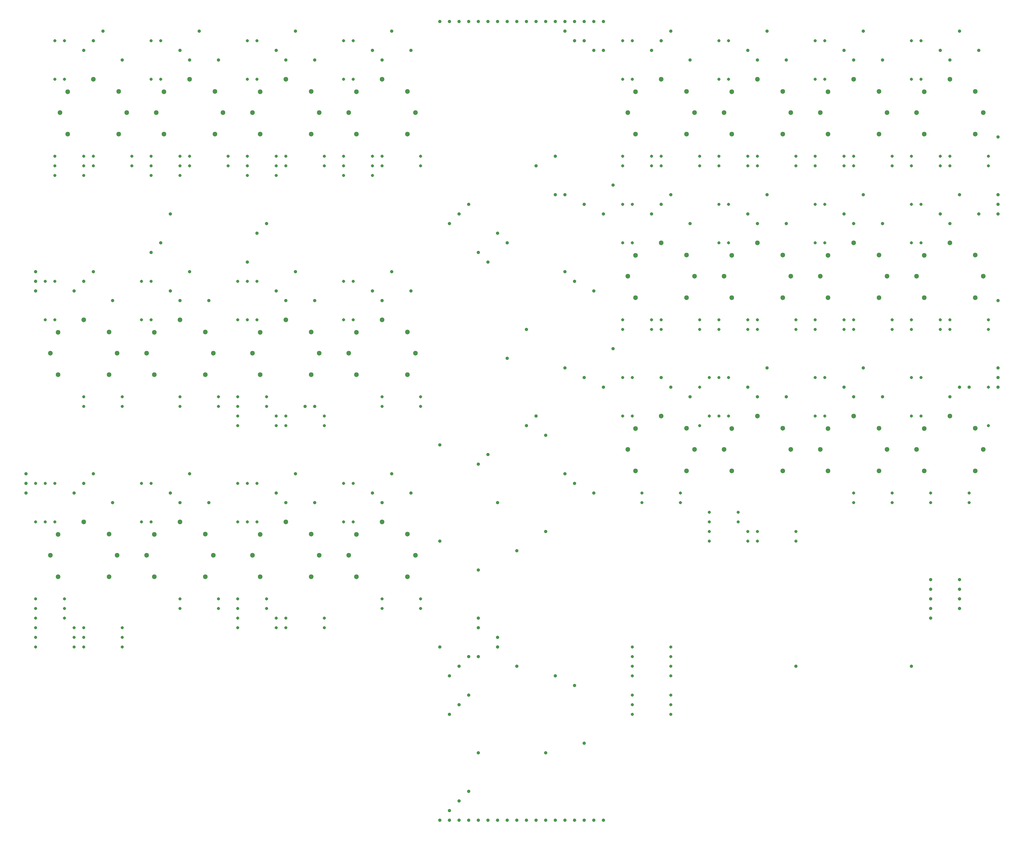
<source format=gbr>
G04 DesignSpark PCB Gerber Version 11.0 Build 5877*
G04 #@! TF.Part,Single*
G04 #@! TF.FilePolarity,Positive*
%FSLAX35Y35*%
%MOIN*%
G04 #@! TA.AperFunction,ComponentDrill*
%ADD19C,0.03200*%
G04 #@! TA.AperFunction,MechanicalDrill*
%ADD17C,0.03500*%
G04 #@! TA.AperFunction,ComponentDrill*
%ADD70C,0.03543*%
G04 #@! TA.AperFunction,MechanicalDrill*
%ADD28C,0.05118*%
G04 #@! TD.AperFunction*
X0Y0D02*
D02*
D17*
X20250Y510250D03*
Y520250D03*
Y530250D03*
X30250Y720250D03*
Y730250D03*
Y740250D03*
X70250Y510250D03*
Y720250D03*
X80250Y520250D03*
Y730250D03*
Y970250D03*
X90250Y530250D03*
Y740250D03*
Y980250D03*
X100250Y990250D03*
X110250Y500250D03*
Y710250D03*
X120250Y960250D03*
X150250Y760250D03*
X160250Y770250D03*
X170250Y510250D03*
Y720250D03*
Y800250D03*
X180250Y500250D03*
Y710250D03*
Y970250D03*
X190250Y530250D03*
Y740250D03*
Y960250D03*
X200250Y990250D03*
X210250Y500250D03*
Y710250D03*
X220250Y960250D03*
X250250Y750250D03*
X260250Y780250D03*
X270250Y790250D03*
X280250Y510250D03*
Y720250D03*
Y970250D03*
X290250Y500250D03*
Y710250D03*
Y960250D03*
X300250Y530250D03*
Y740250D03*
Y990250D03*
X320250Y500250D03*
Y710250D03*
Y960250D03*
X380250Y510250D03*
Y720250D03*
Y970250D03*
X390250Y500250D03*
Y710250D03*
Y960250D03*
X400250Y530250D03*
Y740250D03*
Y990250D03*
X420250Y510250D03*
Y720250D03*
Y970250D03*
X450250Y170250D03*
Y350250D03*
Y460250D03*
Y560250D03*
Y1000250D03*
X460250Y170250D03*
Y180250D03*
Y280250D03*
Y320250D03*
Y790250D03*
Y1000250D03*
X470250Y170250D03*
Y190250D03*
Y290250D03*
Y330250D03*
Y800250D03*
Y1000250D03*
X480250Y170250D03*
Y200250D03*
Y300250D03*
Y340250D03*
Y810250D03*
Y1000250D03*
X490250Y170250D03*
Y240250D03*
Y340250D03*
Y370250D03*
Y380250D03*
Y430250D03*
Y540250D03*
Y760250D03*
Y1000250D03*
X500250Y170250D03*
Y550250D03*
Y750250D03*
Y1000250D03*
X510250Y170250D03*
Y350250D03*
Y360250D03*
Y500250D03*
Y780250D03*
Y1000250D03*
X520250Y170250D03*
Y650250D03*
Y770250D03*
Y1000250D03*
X530250Y170250D03*
Y330250D03*
Y450250D03*
Y1000250D03*
X540250Y170250D03*
Y580250D03*
Y680250D03*
Y1000250D03*
X550250Y170250D03*
Y590250D03*
Y850250D03*
Y1000250D03*
X560250Y170250D03*
Y240250D03*
Y470250D03*
Y570250D03*
Y1000250D03*
X570250Y170250D03*
Y320250D03*
Y820250D03*
Y860250D03*
Y1000250D03*
X580250Y170250D03*
Y530250D03*
Y640250D03*
Y740250D03*
Y820250D03*
Y990250D03*
Y1000250D03*
X590250Y170250D03*
Y310250D03*
Y520250D03*
Y730250D03*
Y980250D03*
Y1000250D03*
X600250Y170250D03*
Y250250D03*
Y630250D03*
Y810250D03*
Y980250D03*
Y1000250D03*
X610250Y170250D03*
Y510250D03*
Y720250D03*
Y970250D03*
Y1000250D03*
X620250Y170250D03*
Y620250D03*
Y800250D03*
Y970250D03*
Y1000250D03*
X630250Y660250D03*
Y830250D03*
X670250Y800250D03*
Y970250D03*
X680250Y630250D03*
Y810250D03*
Y980250D03*
X690250Y620250D03*
Y820250D03*
Y990250D03*
X710250Y610250D03*
Y790250D03*
Y960250D03*
X770250Y620250D03*
Y800250D03*
Y970250D03*
X780250Y610250D03*
Y790250D03*
Y960250D03*
X790250Y640250D03*
Y820250D03*
Y990250D03*
X810250Y610250D03*
Y790250D03*
Y960250D03*
X820250Y330250D03*
X870250Y620250D03*
Y800250D03*
Y970250D03*
X880250Y610250D03*
Y790250D03*
Y960250D03*
X890250Y640250D03*
Y820250D03*
Y990250D03*
X910250Y610250D03*
Y790250D03*
Y960250D03*
X940250Y330250D03*
X960250Y380250D03*
Y390250D03*
Y400250D03*
Y410250D03*
Y420250D03*
X970250Y800250D03*
Y970250D03*
X980250Y610250D03*
Y790250D03*
Y960250D03*
X990250Y390250D03*
Y400250D03*
Y410250D03*
Y420250D03*
Y620250D03*
Y820250D03*
Y990250D03*
X1000250Y620250D03*
X1010250Y800250D03*
Y970250D03*
X1030250Y620250D03*
Y630250D03*
Y640250D03*
Y710250D03*
Y800250D03*
Y810250D03*
Y820250D03*
Y880250D03*
D02*
D19*
X30250Y350250D03*
Y360250D03*
Y370250D03*
Y380250D03*
Y390250D03*
Y400250D03*
Y480250D03*
Y520250D03*
X40250Y480250D03*
Y520250D03*
Y690250D03*
Y730250D03*
X50250Y480250D03*
Y520250D03*
Y690250D03*
Y730250D03*
Y840250D03*
Y850250D03*
Y860250D03*
Y940250D03*
Y980250D03*
X60250Y380250D03*
Y390250D03*
Y400250D03*
Y940250D03*
Y980250D03*
X70250Y350250D03*
Y360250D03*
Y370250D03*
X80250Y350250D03*
Y360250D03*
Y370250D03*
Y600250D03*
Y610250D03*
Y840250D03*
Y850250D03*
Y860250D03*
X90250Y850250D03*
Y860250D03*
X120250Y350250D03*
Y360250D03*
Y370250D03*
Y600250D03*
Y610250D03*
X130250Y850250D03*
Y860250D03*
X140250Y480250D03*
Y520250D03*
Y690250D03*
Y730250D03*
X150250Y480250D03*
Y520250D03*
Y690250D03*
Y730250D03*
Y840250D03*
Y850250D03*
Y860250D03*
Y940250D03*
Y980250D03*
X160250Y940250D03*
Y980250D03*
X180250Y390250D03*
Y400250D03*
Y600250D03*
Y610250D03*
Y840250D03*
Y850250D03*
Y860250D03*
X190250Y850250D03*
Y860250D03*
X220250Y390250D03*
Y400250D03*
Y600250D03*
Y610250D03*
X230250Y850250D03*
Y860250D03*
X240250Y370250D03*
Y380250D03*
Y390250D03*
Y400250D03*
Y480250D03*
Y520250D03*
Y580250D03*
Y590250D03*
Y600250D03*
Y610250D03*
Y690250D03*
Y730250D03*
X250250Y480250D03*
Y520250D03*
Y690250D03*
Y730250D03*
Y840250D03*
Y850250D03*
Y860250D03*
Y940250D03*
Y980250D03*
X260250Y480250D03*
Y520250D03*
Y690250D03*
Y730250D03*
Y940250D03*
Y980250D03*
X270250Y390250D03*
Y400250D03*
Y600250D03*
Y610250D03*
X280250Y370250D03*
Y380250D03*
Y580250D03*
Y590250D03*
Y840250D03*
Y850250D03*
Y860250D03*
X290250Y370250D03*
Y380250D03*
Y580250D03*
Y590250D03*
Y850250D03*
Y860250D03*
X330250Y370250D03*
Y380250D03*
Y580250D03*
Y590250D03*
Y850250D03*
Y860250D03*
X350250Y480250D03*
Y520250D03*
Y690250D03*
Y730250D03*
Y840250D03*
Y850250D03*
Y860250D03*
Y940250D03*
Y980250D03*
X360250Y480250D03*
Y520250D03*
Y690250D03*
Y730250D03*
Y940250D03*
Y980250D03*
X380250Y840250D03*
Y850250D03*
Y860250D03*
X390250Y390250D03*
Y400250D03*
Y600250D03*
Y610250D03*
Y850250D03*
Y860250D03*
X430250Y390250D03*
Y400250D03*
Y600250D03*
Y610250D03*
Y850250D03*
Y860250D03*
X640250Y590250D03*
Y630250D03*
Y680250D03*
Y690250D03*
Y770250D03*
Y810250D03*
Y850250D03*
Y860250D03*
Y940250D03*
Y980250D03*
X650250Y280250D03*
Y290250D03*
Y300250D03*
Y320250D03*
Y330250D03*
Y340250D03*
Y350250D03*
Y590250D03*
Y630250D03*
Y770250D03*
Y810250D03*
Y940250D03*
Y980250D03*
X660250Y500250D03*
Y510250D03*
X670250Y680250D03*
Y690250D03*
Y850250D03*
Y860250D03*
X680250Y680250D03*
Y690250D03*
Y850250D03*
Y860250D03*
X690250Y280250D03*
Y290250D03*
Y300250D03*
Y320250D03*
Y330250D03*
Y340250D03*
Y350250D03*
X700250Y500250D03*
Y510250D03*
X720250Y580250D03*
Y620250D03*
Y680250D03*
Y690250D03*
Y850250D03*
Y860250D03*
X730250Y460250D03*
Y470250D03*
Y480250D03*
Y490250D03*
Y590250D03*
Y630250D03*
X740250Y590250D03*
Y630250D03*
Y680250D03*
Y690250D03*
Y770250D03*
Y810250D03*
Y850250D03*
Y860250D03*
Y940250D03*
Y980250D03*
X750250Y590250D03*
Y630250D03*
Y770250D03*
Y810250D03*
Y940250D03*
Y980250D03*
X760250Y480250D03*
Y490250D03*
X770250Y460250D03*
Y470250D03*
Y680250D03*
Y690250D03*
Y850250D03*
Y860250D03*
X780250Y460250D03*
Y470250D03*
Y680250D03*
Y690250D03*
Y850250D03*
Y860250D03*
X820250Y460250D03*
Y470250D03*
Y680250D03*
Y690250D03*
Y850250D03*
Y860250D03*
X840250Y590250D03*
Y630250D03*
Y680250D03*
Y690250D03*
Y770250D03*
Y810250D03*
Y850250D03*
Y860250D03*
Y940250D03*
Y980250D03*
X850250Y590250D03*
Y630250D03*
Y770250D03*
Y810250D03*
Y940250D03*
Y980250D03*
X870250Y680250D03*
Y690250D03*
Y850250D03*
Y860250D03*
X880250Y500250D03*
Y510250D03*
Y680250D03*
Y690250D03*
Y850250D03*
Y860250D03*
X920250Y500250D03*
Y510250D03*
Y680250D03*
Y690250D03*
Y850250D03*
Y860250D03*
X940250Y590250D03*
Y630250D03*
Y680250D03*
Y690250D03*
Y770250D03*
Y810250D03*
Y850250D03*
Y860250D03*
Y940250D03*
Y980250D03*
X950250Y590250D03*
Y630250D03*
Y770250D03*
Y810250D03*
Y940250D03*
Y980250D03*
X960250Y500250D03*
Y510250D03*
X970250Y680250D03*
Y690250D03*
Y850250D03*
Y860250D03*
X980250Y680250D03*
Y690250D03*
Y850250D03*
Y860250D03*
X1000250Y500250D03*
Y510250D03*
X1020250Y580250D03*
Y620250D03*
Y680250D03*
Y690250D03*
Y850250D03*
Y860250D03*
D02*
D70*
X310250Y600250D03*
X320250D03*
D02*
D28*
X45604Y445604D03*
Y655604D03*
X53478Y423163D03*
Y467258D03*
Y633163D03*
Y677258D03*
X55604Y905604D03*
X63478Y883163D03*
Y927258D03*
X80250Y480250D03*
Y690250D03*
X90250Y940250D03*
X106628Y423163D03*
Y467652D03*
Y633163D03*
Y677652D03*
X114896Y445604D03*
Y655604D03*
X116628Y883163D03*
Y927652D03*
X124896Y905604D03*
X145604Y445604D03*
Y655604D03*
X153478Y423163D03*
Y467258D03*
Y633163D03*
Y677258D03*
X155604Y905604D03*
X163478Y883163D03*
Y927258D03*
X180250Y480250D03*
Y690250D03*
X190250Y940250D03*
X206628Y423163D03*
Y467652D03*
Y633163D03*
Y677652D03*
X214896Y445604D03*
Y655604D03*
X216628Y883163D03*
Y927652D03*
X224896Y905604D03*
X255604Y445604D03*
Y655604D03*
Y905604D03*
X263478Y423163D03*
Y467258D03*
Y633163D03*
Y677258D03*
Y883163D03*
Y927258D03*
X290250Y480250D03*
Y690250D03*
Y940250D03*
X316628Y423163D03*
Y467652D03*
Y633163D03*
Y677652D03*
Y883163D03*
Y927652D03*
X324896Y445604D03*
Y655604D03*
Y905604D03*
X355604Y445604D03*
Y655604D03*
Y905604D03*
X363478Y423163D03*
Y467258D03*
Y633163D03*
Y677258D03*
Y883163D03*
Y927258D03*
X390250Y480250D03*
Y690250D03*
Y940250D03*
X416628Y423163D03*
Y467652D03*
Y633163D03*
Y677652D03*
Y883163D03*
Y927652D03*
X424896Y445604D03*
Y655604D03*
Y905604D03*
X645604Y555604D03*
Y735604D03*
Y905604D03*
X653478Y533163D03*
Y577258D03*
Y713163D03*
Y757258D03*
Y883163D03*
Y927258D03*
X680250Y590250D03*
Y770250D03*
Y940250D03*
X706628Y533163D03*
Y577652D03*
Y713163D03*
Y757652D03*
Y883163D03*
Y927652D03*
X714896Y555604D03*
Y735604D03*
Y905604D03*
X745604Y555604D03*
Y735604D03*
Y905604D03*
X753478Y533163D03*
Y577258D03*
Y713163D03*
Y757258D03*
Y883163D03*
Y927258D03*
X780250Y590250D03*
Y770250D03*
Y940250D03*
X806628Y533163D03*
Y577652D03*
Y713163D03*
Y757652D03*
Y883163D03*
Y927652D03*
X814896Y555604D03*
Y735604D03*
Y905604D03*
X845604Y555604D03*
Y735604D03*
Y905604D03*
X853478Y533163D03*
Y577258D03*
Y713163D03*
Y757258D03*
Y883163D03*
Y927258D03*
X880250Y590250D03*
Y770250D03*
Y940250D03*
X906628Y533163D03*
Y577652D03*
Y713163D03*
Y757652D03*
Y883163D03*
Y927652D03*
X914896Y555604D03*
Y735604D03*
Y905604D03*
X945604Y555604D03*
Y735604D03*
Y905604D03*
X953478Y533163D03*
Y577258D03*
Y713163D03*
Y757258D03*
Y883163D03*
Y927258D03*
X980250Y590250D03*
Y770250D03*
Y940250D03*
X1006628Y533163D03*
Y577652D03*
Y713163D03*
Y757652D03*
Y883163D03*
Y927652D03*
X1014896Y555604D03*
Y735604D03*
Y905604D03*
X0Y0D02*
M02*

</source>
